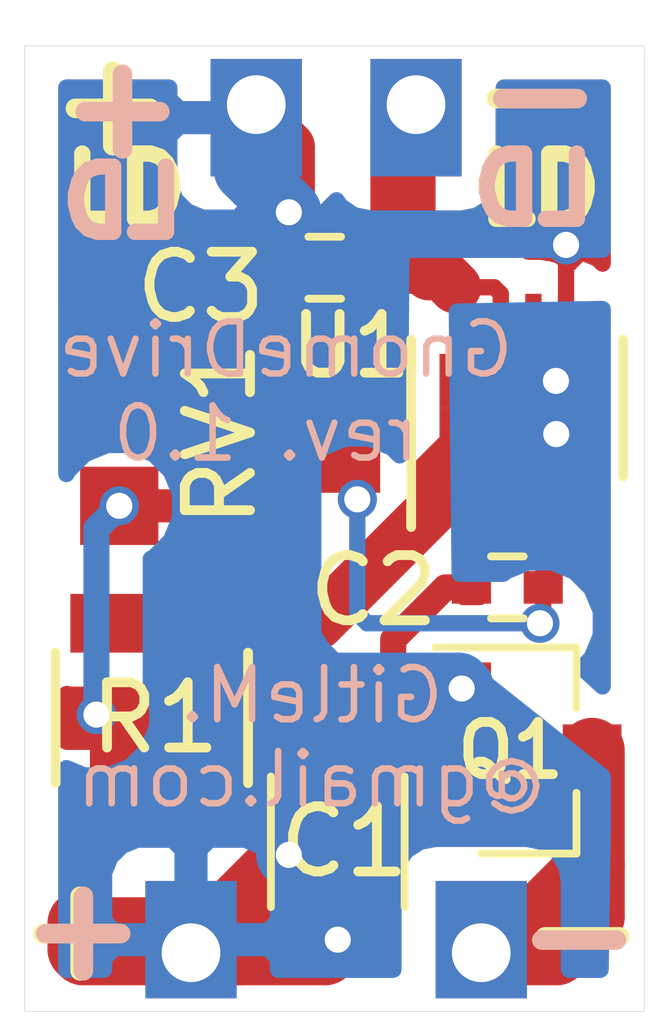
<source format=kicad_pcb>
(kicad_pcb (version 4) (host pcbnew 4.0.4-stable)

  (general
    (links 23)
    (no_connects 0)
    (area 99.994999 99.994999 109.505001 114.805001)
    (thickness 1.6)
    (drawings 18)
    (tracks 120)
    (zones 0)
    (modules 11)
    (nets 8)
  )

  (page A4)
  (layers
    (0 F.Cu mixed)
    (31 B.Cu mixed hide)
    (32 B.Adhes user)
    (33 F.Adhes user)
    (34 B.Paste user)
    (35 F.Paste user)
    (36 B.SilkS user)
    (37 F.SilkS user)
    (38 B.Mask user)
    (39 F.Mask user)
    (40 Dwgs.User user)
    (41 Cmts.User user)
    (42 Eco1.User user)
    (43 Eco2.User user)
    (44 Edge.Cuts user)
    (45 Margin user)
    (46 B.CrtYd user hide)
    (47 F.CrtYd user)
    (48 B.Fab user hide)
    (49 F.Fab user hide)
  )

  (setup
    (last_trace_width 0.25)
    (user_trace_width 0.4)
    (user_trace_width 0.6)
    (user_trace_width 0.8)
    (user_trace_width 1)
    (user_trace_width 1.2)
    (user_trace_width 1.4)
    (user_trace_width 1.6)
    (trace_clearance 0.2)
    (zone_clearance 0.508)
    (zone_45_only no)
    (trace_min 0.2)
    (segment_width 0.2)
    (edge_width 0.15)
    (via_size 0.6)
    (via_drill 0.4)
    (via_min_size 0.4)
    (via_min_drill 0.3)
    (uvia_size 0.3)
    (uvia_drill 0.1)
    (uvias_allowed no)
    (uvia_min_size 0.2)
    (uvia_min_drill 0.1)
    (pcb_text_width 0.3)
    (pcb_text_size 1.5 1.5)
    (mod_edge_width 0.15)
    (mod_text_size 1 1)
    (mod_text_width 0.15)
    (pad_size 1.524 1.524)
    (pad_drill 0.762)
    (pad_to_mask_clearance 0.03)
    (aux_axis_origin 0 0)
    (visible_elements 7FFEFFFF)
    (pcbplotparams
      (layerselection 0x00030_80000001)
      (usegerberextensions false)
      (excludeedgelayer true)
      (linewidth 0.100000)
      (plotframeref false)
      (viasonmask false)
      (mode 1)
      (useauxorigin false)
      (hpglpennumber 1)
      (hpglpenspeed 20)
      (hpglpendiameter 15)
      (hpglpenoverlay 2)
      (psnegative false)
      (psa4output false)
      (plotreference true)
      (plotvalue true)
      (plotinvisibletext false)
      (padsonsilk false)
      (subtractmaskfromsilk false)
      (outputformat 1)
      (mirror false)
      (drillshape 1)
      (scaleselection 1)
      (outputdirectory ""))
  )

  (net 0 "")
  (net 1 /Vin)
  (net 2 /GNDeff)
  (net 3 "Net-(C2-Pad2)")
  (net 4 "Net-(C3-Pad2)")
  (net 5 /GND)
  (net 6 "Net-(R1-Pad1)")
  (net 7 "Net-(U1-Pad5)")

  (net_class Default "This is the default net class."
    (clearance 0.2)
    (trace_width 0.25)
    (via_dia 0.6)
    (via_drill 0.4)
    (uvia_dia 0.3)
    (uvia_drill 0.1)
    (add_net /GND)
    (add_net /GNDeff)
    (add_net /Vin)
    (add_net "Net-(C2-Pad2)")
    (add_net "Net-(C3-Pad2)")
    (add_net "Net-(R1-Pad1)")
    (add_net "Net-(U1-Pad5)")
  )

  (module Resistors_SMD:R_1210 (layer F.Cu) (tedit 58A632CC) (tstamp 58A630AA)
    (at 101.95 110.3 270)
    (descr "Resistor SMD 1210, reflow soldering, Vishay (see dcrcw.pdf)")
    (tags "resistor 1210")
    (path /58A483D9)
    (attr smd)
    (fp_text reference R1 (at 0 -0.05 360) (layer F.SilkS)
      (effects (font (size 1 1) (thickness 0.15)))
    )
    (fp_text value 0.15 (at 0 2.7 270) (layer F.Fab)
      (effects (font (size 1 1) (thickness 0.15)))
    )
    (fp_line (start -1.6 1.25) (end -1.6 -1.25) (layer F.Fab) (width 0.1))
    (fp_line (start 1.6 1.25) (end -1.6 1.25) (layer F.Fab) (width 0.1))
    (fp_line (start 1.6 -1.25) (end 1.6 1.25) (layer F.Fab) (width 0.1))
    (fp_line (start -1.6 -1.25) (end 1.6 -1.25) (layer F.Fab) (width 0.1))
    (fp_line (start -2.2 -1.6) (end 2.2 -1.6) (layer F.CrtYd) (width 0.05))
    (fp_line (start -2.2 1.6) (end 2.2 1.6) (layer F.CrtYd) (width 0.05))
    (fp_line (start -2.2 -1.6) (end -2.2 1.6) (layer F.CrtYd) (width 0.05))
    (fp_line (start 2.2 -1.6) (end 2.2 1.6) (layer F.CrtYd) (width 0.05))
    (fp_line (start 1 1.475) (end -1 1.475) (layer F.SilkS) (width 0.15))
    (fp_line (start -1 -1.475) (end 1 -1.475) (layer F.SilkS) (width 0.15))
    (pad 1 smd rect (at -1.45 0 270) (size 0.9 2.5) (layers F.Cu F.Paste F.Mask)
      (net 6 "Net-(R1-Pad1)"))
    (pad 2 smd rect (at 1.45 0 270) (size 0.9 2.5) (layers F.Cu F.Paste F.Mask)
      (net 2 /GNDeff))
    (model Resistors_SMD.3dshapes/R_1210.wrl
      (at (xyz 0 0 0))
      (scale (xyz 1 1 1))
      (rotate (xyz 0 0 0))
    )
  )

  (module Capacitors_SMD:C_1206 (layer F.Cu) (tedit 58A63281) (tstamp 58A63052)
    (at 104.8 112.2 90)
    (descr "Capacitor SMD 1206, reflow soldering, AVX (see smccp.pdf)")
    (tags "capacitor 1206")
    (path /58A4862D)
    (attr smd)
    (fp_text reference C1 (at 0 0.1 180) (layer F.SilkS)
      (effects (font (size 1 1) (thickness 0.15)))
    )
    (fp_text value 10u (at 0 2.3 90) (layer F.Fab)
      (effects (font (size 1 1) (thickness 0.15)))
    )
    (fp_line (start -1.6 0.8) (end -1.6 -0.8) (layer F.Fab) (width 0.1))
    (fp_line (start 1.6 0.8) (end -1.6 0.8) (layer F.Fab) (width 0.1))
    (fp_line (start 1.6 -0.8) (end 1.6 0.8) (layer F.Fab) (width 0.1))
    (fp_line (start -1.6 -0.8) (end 1.6 -0.8) (layer F.Fab) (width 0.1))
    (fp_line (start -2.3 -1.15) (end 2.3 -1.15) (layer F.CrtYd) (width 0.05))
    (fp_line (start -2.3 1.15) (end 2.3 1.15) (layer F.CrtYd) (width 0.05))
    (fp_line (start -2.3 -1.15) (end -2.3 1.15) (layer F.CrtYd) (width 0.05))
    (fp_line (start 2.3 -1.15) (end 2.3 1.15) (layer F.CrtYd) (width 0.05))
    (fp_line (start 1 -1.025) (end -1 -1.025) (layer F.SilkS) (width 0.12))
    (fp_line (start -1 1.025) (end 1 1.025) (layer F.SilkS) (width 0.12))
    (pad 1 smd rect (at -1.5 0 90) (size 1 1.6) (layers F.Cu F.Paste F.Mask)
      (net 1 /Vin))
    (pad 2 smd rect (at 1.5 0 90) (size 1 1.6) (layers F.Cu F.Paste F.Mask)
      (net 2 /GNDeff))
    (model Capacitors_SMD.3dshapes/C_1206.wrl
      (at (xyz 0 0 0))
      (scale (xyz 1 1 1))
      (rotate (xyz 0 0 0))
    )
  )

  (module Capacitors_SMD:C_0402 (layer F.Cu) (tedit 58A6312A) (tstamp 58A63062)
    (at 107.4 108.3)
    (descr "Capacitor SMD 0402, reflow soldering, AVX (see smccp.pdf)")
    (tags "capacitor 0402")
    (path /58A48219)
    (attr smd)
    (fp_text reference C2 (at -2.05 0.05) (layer F.SilkS)
      (effects (font (size 1 1) (thickness 0.15)))
    )
    (fp_text value 0.1u (at 0 1.7) (layer F.Fab)
      (effects (font (size 1 1) (thickness 0.15)))
    )
    (fp_line (start -0.5 0.25) (end -0.5 -0.25) (layer F.Fab) (width 0.1))
    (fp_line (start 0.5 0.25) (end -0.5 0.25) (layer F.Fab) (width 0.1))
    (fp_line (start 0.5 -0.25) (end 0.5 0.25) (layer F.Fab) (width 0.1))
    (fp_line (start -0.5 -0.25) (end 0.5 -0.25) (layer F.Fab) (width 0.1))
    (fp_line (start -1.15 -0.6) (end 1.15 -0.6) (layer F.CrtYd) (width 0.05))
    (fp_line (start -1.15 0.6) (end 1.15 0.6) (layer F.CrtYd) (width 0.05))
    (fp_line (start -1.15 -0.6) (end -1.15 0.6) (layer F.CrtYd) (width 0.05))
    (fp_line (start 1.15 -0.6) (end 1.15 0.6) (layer F.CrtYd) (width 0.05))
    (fp_line (start 0.25 -0.475) (end -0.25 -0.475) (layer F.SilkS) (width 0.12))
    (fp_line (start -0.25 0.475) (end 0.25 0.475) (layer F.SilkS) (width 0.12))
    (pad 1 smd rect (at -0.55 0) (size 0.6 0.5) (layers F.Cu F.Paste F.Mask)
      (net 2 /GNDeff))
    (pad 2 smd rect (at 0.55 0) (size 0.6 0.5) (layers F.Cu F.Paste F.Mask)
      (net 3 "Net-(C2-Pad2)"))
    (model Capacitors_SMD.3dshapes/C_0402.wrl
      (at (xyz 0 0 0))
      (scale (xyz 1 1 1))
      (rotate (xyz 0 0 0))
    )
  )

  (module Capacitors_SMD:C_0402 (layer F.Cu) (tedit 58A757DC) (tstamp 58A63072)
    (at 104.6 103.4)
    (descr "Capacitor SMD 0402, reflow soldering, AVX (see smccp.pdf)")
    (tags "capacitor 0402")
    (path /58A481A2)
    (attr smd)
    (fp_text reference C3 (at -1.9 0.3) (layer F.SilkS)
      (effects (font (size 1 1) (thickness 0.15)))
    )
    (fp_text value 0.1u (at 0 1.7) (layer F.Fab)
      (effects (font (size 1 1) (thickness 0.15)))
    )
    (fp_line (start -0.5 0.25) (end -0.5 -0.25) (layer F.Fab) (width 0.1))
    (fp_line (start 0.5 0.25) (end -0.5 0.25) (layer F.Fab) (width 0.1))
    (fp_line (start 0.5 -0.25) (end 0.5 0.25) (layer F.Fab) (width 0.1))
    (fp_line (start -0.5 -0.25) (end 0.5 -0.25) (layer F.Fab) (width 0.1))
    (fp_line (start -1.15 -0.6) (end 1.15 -0.6) (layer F.CrtYd) (width 0.05))
    (fp_line (start -1.15 0.6) (end 1.15 0.6) (layer F.CrtYd) (width 0.05))
    (fp_line (start -1.15 -0.6) (end -1.15 0.6) (layer F.CrtYd) (width 0.05))
    (fp_line (start 1.15 -0.6) (end 1.15 0.6) (layer F.CrtYd) (width 0.05))
    (fp_line (start 0.25 -0.475) (end -0.25 -0.475) (layer F.SilkS) (width 0.12))
    (fp_line (start -0.25 0.475) (end 0.25 0.475) (layer F.SilkS) (width 0.12))
    (pad 1 smd rect (at -0.55 0) (size 0.6 0.5) (layers F.Cu F.Paste F.Mask)
      (net 1 /Vin))
    (pad 2 smd rect (at 0.55 0) (size 0.6 0.5) (layers F.Cu F.Paste F.Mask)
      (net 4 "Net-(C3-Pad2)"))
    (model Capacitors_SMD.3dshapes/C_0402.wrl
      (at (xyz 0 0 0))
      (scale (xyz 1 1 1))
      (rotate (xyz 0 0 0))
    )
  )

  (module linear_rect_driver:LDpad (layer F.Cu) (tedit 58A63080) (tstamp 58A63077)
    (at 103 113.85 270)
    (path /58A48B2F)
    (fp_text reference P1 (at 2.25 0.7 270) (layer F.SilkS) hide
      (effects (font (size 1 1) (thickness 0.15)))
    )
    (fp_text value V+ (at 0.15 -2.75 270) (layer F.Fab)
      (effects (font (size 1 1) (thickness 0.15)))
    )
    (pad 1 thru_hole rect (at 0.05 0.45 270) (size 1.8 1.4) (drill 0.9 (offset -0.2 0)) (layers *.Cu *.Mask)
      (net 1 /Vin))
  )

  (module linear_rect_driver:LDpad (layer F.Cu) (tedit 58A757C9) (tstamp 58A6307C)
    (at 107.45 113.85 270)
    (path /58A48B8B)
    (fp_text reference P2 (at 2.15 0.4 270) (layer F.SilkS) hide
      (effects (font (size 1 1) (thickness 0.15)))
    )
    (fp_text value V- (at 0.15 -2.75 270) (layer F.Fab)
      (effects (font (size 1 1) (thickness 0.15)))
    )
    (pad 1 thru_hole rect (at 0.05 0.45 270) (size 1.8 1.4) (drill 0.9 (offset -0.2 0)) (layers *.Cu *.Mask)
      (net 5 /GND))
  )

  (module linear_rect_driver:LDpad (layer F.Cu) (tedit 58A86702) (tstamp 58A63081)
    (at 103.1 100.95 90)
    (path /58A48A8F)
    (fp_text reference P3 (at 1.95 0.4 90) (layer F.SilkS) hide
      (effects (font (size 1 1) (thickness 0.15)))
    )
    (fp_text value LD+ (at 0.15 -2.75 90) (layer F.Fab)
      (effects (font (size 1 1) (thickness 0.15)))
    )
    (pad 1 thru_hole rect (at 0.05 0.45 90) (size 1.8 1.4) (drill 0.9 (offset -0.2 0)) (layers *.Cu *.Mask)
      (net 1 /Vin))
  )

  (module linear_rect_driver:LDpad (layer F.Cu) (tedit 58A62FA0) (tstamp 58A63086)
    (at 105.55 100.95 90)
    (path /58A48ADE)
    (fp_text reference P4 (at 1.9 0.6 90) (layer F.SilkS) hide
      (effects (font (size 1 1) (thickness 0.15)))
    )
    (fp_text value LD- (at 0.15 -2.75 90) (layer F.Fab)
      (effects (font (size 1 1) (thickness 0.15)))
    )
    (pad 1 thru_hole rect (at 0.05 0.45 90) (size 1.8 1.4) (drill 0.9 (offset -0.2 0)) (layers *.Cu *.Mask)
      (net 4 "Net-(C3-Pad2)"))
  )

  (module TO_SOT_Packages_SMD:SOT-23 (layer F.Cu) (tedit 58A6329A) (tstamp 58A6309A)
    (at 107.7 110.8)
    (descr "SOT-23, Standard")
    (tags SOT-23)
    (path /58A4844D)
    (attr smd)
    (fp_text reference Q1 (at -0.25 0) (layer F.SilkS)
      (effects (font (size 0.8 0.8) (thickness 0.15)))
    )
    (fp_text value Q_NMOS_GSD (at 0 2.5) (layer F.Fab)
      (effects (font (size 1 1) (thickness 0.15)))
    )
    (fp_line (start -0.7 -0.95) (end -0.7 1.5) (layer F.Fab) (width 0.1))
    (fp_line (start -0.15 -1.52) (end 0.7 -1.52) (layer F.Fab) (width 0.1))
    (fp_line (start -0.7 -0.95) (end -0.15 -1.52) (layer F.Fab) (width 0.1))
    (fp_line (start 0.7 -1.52) (end 0.7 1.52) (layer F.Fab) (width 0.1))
    (fp_line (start -0.7 1.52) (end 0.7 1.52) (layer F.Fab) (width 0.1))
    (fp_line (start 0.76 1.58) (end 0.76 0.65) (layer F.SilkS) (width 0.12))
    (fp_line (start 0.76 -1.58) (end 0.76 -0.65) (layer F.SilkS) (width 0.12))
    (fp_line (start -1.7 -1.75) (end 1.7 -1.75) (layer F.CrtYd) (width 0.05))
    (fp_line (start 1.7 -1.75) (end 1.7 1.75) (layer F.CrtYd) (width 0.05))
    (fp_line (start 1.7 1.75) (end -1.7 1.75) (layer F.CrtYd) (width 0.05))
    (fp_line (start -1.7 1.75) (end -1.7 -1.75) (layer F.CrtYd) (width 0.05))
    (fp_line (start 0.76 -1.58) (end -1.4 -1.58) (layer F.SilkS) (width 0.12))
    (fp_line (start 0.76 1.58) (end -0.7 1.58) (layer F.SilkS) (width 0.12))
    (pad 1 smd rect (at -1 -0.95) (size 0.9 0.8) (layers F.Cu F.Paste F.Mask)
      (net 1 /Vin))
    (pad 2 smd rect (at -1 0.95) (size 0.9 0.8) (layers F.Cu F.Paste F.Mask)
      (net 2 /GNDeff))
    (pad 3 smd rect (at 1 0) (size 0.9 0.8) (layers F.Cu F.Paste F.Mask)
      (net 5 /GND))
    (model TO_SOT_Packages_SMD.3dshapes/SOT-23.wrl
      (at (xyz 0 0 0))
      (scale (xyz 1 1 1))
      (rotate (xyz 0 0 90))
    )
  )

  (module linear_rect_driver:POT-TC33 (layer F.Cu) (tedit 58A63279) (tstamp 58A630B1)
    (at 103.95 106.05 270)
    (path /58A488A0)
    (fp_text reference RV1 (at -0.1 0.95 270) (layer F.SilkS)
      (effects (font (size 1 1) (thickness 0.15)))
    )
    (fp_text value 20k (at 0.05 -5.5 270) (layer F.Fab)
      (effects (font (size 1 1) (thickness 0.15)))
    )
    (pad 3 smd rect (at 1 2.5 270) (size 1.2 1.2) (layers F.Cu F.Paste F.Mask)
      (net 2 /GNDeff))
    (pad 2 smd rect (at 0 -0.75 270) (size 1.6 1.5) (layers F.Cu F.Paste F.Mask)
      (net 3 "Net-(C2-Pad2)"))
    (pad 1 smd rect (at -1 2.5 270) (size 1.2 1.2) (layers F.Cu F.Paste F.Mask)
      (net 3 "Net-(C2-Pad2)"))
  )

  (module linear_rect_driver:DFN8-LT3080 (layer F.Cu) (tedit 58A632FB) (tstamp 58A630CC)
    (at 107.55 105.55 90)
    (descr "DD Package; 8-Lead Plastic DFN (3mm x 3mm) (see Linear Technology DFN_8_05-08-1698.pdf)")
    (tags "DFN 0.5")
    (path /58A39D4C)
    (attr smd)
    (fp_text reference U1 (at 0.95 -2.55 180) (layer F.SilkS)
      (effects (font (size 0.9 0.9) (thickness 0.15)))
    )
    (fp_text value LT3080 (at 0 2.55 90) (layer F.Fab)
      (effects (font (size 1 1) (thickness 0.15)))
    )
    (fp_line (start -0.5 -1.5) (end 1.5 -1.5) (layer F.Fab) (width 0.15))
    (fp_line (start 1.5 -1.5) (end 1.5 1.5) (layer F.Fab) (width 0.15))
    (fp_line (start 1.5 1.5) (end -1.5 1.5) (layer F.Fab) (width 0.15))
    (fp_line (start -1.5 1.5) (end -1.5 -0.5) (layer F.Fab) (width 0.15))
    (fp_line (start -1.5 -0.5) (end -0.5 -1.5) (layer F.Fab) (width 0.15))
    (fp_line (start -2 -1.8) (end -2 1.8) (layer F.CrtYd) (width 0.05))
    (fp_line (start 2 -1.8) (end 2 1.8) (layer F.CrtYd) (width 0.05))
    (fp_line (start -2 -1.8) (end 2 -1.8) (layer F.CrtYd) (width 0.05))
    (fp_line (start -2 1.8) (end 2 1.8) (layer F.CrtYd) (width 0.05))
    (fp_line (start -1.05 1.625) (end 1.05 1.625) (layer F.SilkS) (width 0.15))
    (fp_line (start -1.825 -1.625) (end 1.05 -1.625) (layer F.SilkS) (width 0.15))
    (pad 1 smd rect (at -1.4 -0.75 90) (size 0.7 0.25) (layers F.Cu F.Paste F.Mask)
      (net 6 "Net-(R1-Pad1)"))
    (pad 1 smd rect (at -1.4 -0.25 90) (size 0.7 0.25) (layers F.Cu F.Paste F.Mask)
      (net 6 "Net-(R1-Pad1)"))
    (pad 1 smd rect (at -1.4 0.25 90) (size 0.7 0.25) (layers F.Cu F.Paste F.Mask)
      (net 6 "Net-(R1-Pad1)"))
    (pad 2 smd rect (at -1.4 0.75 90) (size 0.7 0.25) (layers F.Cu F.Paste F.Mask)
      (net 3 "Net-(C2-Pad2)"))
    (pad 3 smd rect (at 1.4 0.75 90) (size 0.7 0.25) (layers F.Cu F.Paste F.Mask)
      (net 1 /Vin))
    (pad 5 smd rect (at 1.4 0.25 90) (size 0.7 0.25) (layers F.Cu F.Paste F.Mask)
      (net 7 "Net-(U1-Pad5)"))
    (pad 4 smd rect (at 1.4 -0.25 90) (size 0.7 0.25) (layers F.Cu F.Paste F.Mask)
      (net 4 "Net-(C3-Pad2)"))
    (pad 4 smd rect (at 1.4 -0.75 90) (size 0.7 0.25) (layers F.Cu F.Paste F.Mask)
      (net 4 "Net-(C3-Pad2)"))
    (pad 1 smd rect (at 0.415 0.595 90) (size 0.83 1.19) (layers F.Cu F.Paste F.Mask)
      (net 6 "Net-(R1-Pad1)") (solder_paste_margin_ratio -0.2))
    (pad 1 smd rect (at 0.415 -0.595 90) (size 0.83 1.19) (layers F.Cu F.Paste F.Mask)
      (net 6 "Net-(R1-Pad1)") (solder_paste_margin_ratio -0.2))
    (pad 1 smd rect (at -0.415 0.595 90) (size 0.83 1.19) (layers F.Cu F.Paste F.Mask)
      (net 6 "Net-(R1-Pad1)") (solder_paste_margin_ratio -0.2))
    (pad 1 smd rect (at -0.415 -0.595 90) (size 0.83 1.19) (layers F.Cu F.Paste F.Mask)
      (net 6 "Net-(R1-Pad1)") (solder_paste_margin_ratio -0.2))
    (model Housings_DFN_QFN.3dshapes/DFN-8-1EP_3x3mm_Pitch0.5mm.wrl
      (at (xyz 0 0 0))
      (scale (xyz 1 1 1))
      (rotate (xyz 0 0 0))
    )
  )

  (gr_text "GnomeDrive \nrev. 1.0" (at 103.7 105.3) (layer B.SilkS)
    (effects (font (size 0.8 0.8) (thickness 0.1)) (justify mirror))
  )
  (gr_text "GitleM.\n@gmail.com" (at 104.4 110.6) (layer B.SilkS)
    (effects (font (size 0.8 0.8) (thickness 0.1)) (justify mirror))
  )
  (gr_text - (at 108.5 113.6) (layer B.SilkS)
    (effects (font (size 1.5 1.5) (thickness 0.3)) (justify mirror))
  )
  (gr_text + (at 100.9 113.5) (layer B.SilkS)
    (effects (font (size 1.5 1.5) (thickness 0.3)) (justify mirror))
  )
  (gr_text - (at 107.9 100.7) (layer B.SilkS)
    (effects (font (size 1.5 1.5) (thickness 0.3)) (justify mirror))
  )
  (gr_text LD (at 107.8 102.2) (layer B.SilkS)
    (effects (font (size 1 1) (thickness 0.25)) (justify mirror))
  )
  (gr_text LD (at 101.5 102.4) (layer B.SilkS)
    (effects (font (size 1 1) (thickness 0.25)) (justify mirror))
  )
  (gr_text + (at 101.5 100.9) (layer B.SilkS)
    (effects (font (size 1.5 1.5) (thickness 0.3)) (justify mirror))
  )
  (gr_text - (at 108.55 113.55) (layer F.SilkS)
    (effects (font (size 1.5 1.5) (thickness 0.3)))
  )
  (gr_text + (at 100.85 113.5) (layer F.SilkS)
    (effects (font (size 1.5 1.5) (thickness 0.3)))
  )
  (gr_text - (at 107.8 100.7) (layer F.SilkS)
    (effects (font (size 1.5 1.5) (thickness 0.3)))
  )
  (gr_text + (at 101.35 100.85) (layer F.SilkS)
    (effects (font (size 1.5 1.5) (thickness 0.3)))
  )
  (gr_text LD (at 107.9 102.2) (layer F.SilkS)
    (effects (font (size 1 1) (thickness 0.25)))
  )
  (gr_text LD (at 101.55 102.2) (layer F.SilkS)
    (effects (font (size 1 1) (thickness 0.25)))
  )
  (gr_line (start 100 114.8) (end 100 100) (angle 90) (layer Edge.Cuts) (width 0.01))
  (gr_line (start 109.5 114.8) (end 100 114.8) (angle 90) (layer Edge.Cuts) (width 0.01))
  (gr_line (start 109.5 100) (end 109.5 114.8) (angle 90) (layer Edge.Cuts) (width 0.01))
  (gr_line (start 100 100) (end 109.5 100) (angle 90) (layer Edge.Cuts) (width 0.01))

  (segment (start 104.05 102.25) (end 103.85 102.25) (width 0.4) (layer F.Cu) (net 1))
  (segment (start 103.85 102.25) (end 103.45 102.65) (width 0.4) (layer F.Cu) (net 1) (tstamp 58A74502))
  (segment (start 103.2 103.2) (end 103.4 103.2) (width 0.4) (layer B.Cu) (net 1))
  (segment (start 103.4 103.2) (end 104.05 102.55) (width 0.4) (layer B.Cu) (net 1) (tstamp 58A744F0))
  (segment (start 102.55 113.9) (end 100.9 113.9) (width 1) (layer F.Cu) (net 1))
  (segment (start 100.95 113.55) (end 102.2 113.55) (width 1) (layer F.Cu) (net 1) (tstamp 58A6E4DC))
  (segment (start 100.85 113.45) (end 100.95 113.55) (width 1) (layer F.Cu) (net 1) (tstamp 58A6E4DB))
  (segment (start 100.85 113.85) (end 100.85 113.45) (width 1) (layer F.Cu) (net 1) (tstamp 58A6E4DA))
  (segment (start 100.9 113.9) (end 100.85 113.85) (width 1) (layer F.Cu) (net 1) (tstamp 58A6E4D8))
  (segment (start 108.3 104.15) (end 108.3 103.05) (width 0.25) (layer F.Cu) (net 1))
  (via (at 108.3 103.05) (size 0.6) (drill 0.4) (layers F.Cu B.Cu) (net 1))
  (segment (start 104.05 103.4) (end 104.05 102.25) (width 0.8) (layer F.Cu) (net 1))
  (segment (start 104.05 102.25) (end 104.05 101.55) (width 0.8) (layer F.Cu) (net 1) (tstamp 58A74500))
  (segment (start 104.05 101.55) (end 103.4 100.9) (width 0.8) (layer F.Cu) (net 1) (tstamp 58A6383E))
  (via (at 106.7 109.85) (size 0.6) (drill 0.4) (layers F.Cu B.Cu) (net 1))
  (segment (start 104.05 109.8) (end 106.65 109.8) (width 1) (layer B.Cu) (net 1) (tstamp 58A63806))
  (segment (start 106.65 109.8) (end 106.7 109.85) (width 1) (layer B.Cu) (net 1) (tstamp 58A63805))
  (segment (start 104.45 113.6) (end 104.45 112.8) (width 1) (layer B.Cu) (net 1))
  (segment (start 104.8 113.7) (end 104.7 113.6) (width 1) (layer B.Cu) (net 1) (tstamp 58A6371B))
  (segment (start 104.45 113.6) (end 104.7 113.6) (width 1) (layer B.Cu) (net 1) (tstamp 58A6371C))
  (via (at 104.8 113.7) (size 0.6) (drill 0.4) (layers F.Cu B.Cu) (net 1))
  (segment (start 104.45 112.8) (end 104.05 112.4) (width 1) (layer B.Cu) (net 1) (tstamp 58A6371F))
  (segment (start 104.05 112.4) (end 102.55 113.9) (width 1) (layer F.Cu) (net 1))
  (segment (start 102.55 113.9) (end 103.35 113.9) (width 1) (layer F.Cu) (net 1) (tstamp 58A63705))
  (segment (start 103.35 113.9) (end 103.95 113.3) (width 1) (layer F.Cu) (net 1) (tstamp 58A63706))
  (via (at 104.05 112.4) (size 0.6) (drill 0.4) (layers F.Cu B.Cu) (net 1))
  (segment (start 104.05 112.4) (end 104.25 112.4) (width 1) (layer F.Cu) (net 1) (tstamp 58A636CE))
  (segment (start 103.4 100.9) (end 103.4 101.9) (width 1) (layer B.Cu) (net 1))
  (segment (start 103.4 101.9) (end 104.05 102.55) (width 1) (layer B.Cu) (net 1) (tstamp 58A636A6))
  (segment (start 104.05 102.55) (end 104.05 109.8) (width 1) (layer B.Cu) (net 1) (tstamp 58A636AC))
  (segment (start 104.05 109.8) (end 104.05 112.4) (width 1) (layer B.Cu) (net 1) (tstamp 58A63817))
  (via (at 104.05 102.55) (size 0.6) (drill 0.4) (layers F.Cu B.Cu) (net 1))
  (segment (start 104.05 103.4) (end 104.05 102.55) (width 0.25) (layer F.Cu) (net 1))
  (segment (start 102.55 113.9) (end 104.6 113.9) (width 1) (layer F.Cu) (net 1))
  (segment (start 104.6 113.9) (end 104.8 113.7) (width 1) (layer F.Cu) (net 1) (tstamp 58A634BE))
  (segment (start 101.2 110.75) (end 101.3 110.75) (width 0.4) (layer F.Cu) (net 2))
  (segment (start 101.85 111.75) (end 101.2 111.1) (width 0.4) (layer F.Cu) (net 2) (tstamp 58A63911))
  (segment (start 101.2 110.75) (end 101.2 111.1) (width 0.4) (layer F.Cu) (net 2))
  (segment (start 101.3 110.75) (end 101.75 111.2) (width 0.4) (layer F.Cu) (net 2) (tstamp 58A744DA))
  (via (at 101.45 107.05) (size 0.6) (drill 0.4) (layers F.Cu B.Cu) (net 2))
  (segment (start 101.35 107.05) (end 101.45 107.05) (width 0.4) (layer F.Cu) (net 2) (tstamp 58A63919))
  (segment (start 101.1 110.25) (end 101.15 110.3) (width 0.4) (layer F.Cu) (net 2) (tstamp 58A744C4))
  (via (at 101.1 110.25) (size 0.6) (drill 0.4) (layers F.Cu B.Cu) (net 2))
  (segment (start 101.1 107.4) (end 101.1 110.25) (width 0.4) (layer B.Cu) (net 2) (tstamp 58A744BF))
  (segment (start 101.45 107.05) (end 101.1 107.4) (width 0.4) (layer B.Cu) (net 2) (tstamp 58A744BE))
  (segment (start 101.95 111.75) (end 101.85 111.75) (width 0.4) (layer F.Cu) (net 2))
  (segment (start 104.8 110.7) (end 104.85 110.7) (width 0.4) (layer F.Cu) (net 2))
  (segment (start 104.85 110.7) (end 105.65 109.9) (width 0.4) (layer F.Cu) (net 2) (tstamp 58A634D6))
  (segment (start 106.45 108.3) (end 106.85 108.3) (width 0.4) (layer F.Cu) (net 2) (tstamp 58A634D9))
  (segment (start 105.65 109.1) (end 106.45 108.3) (width 0.4) (layer F.Cu) (net 2) (tstamp 58A634D8))
  (segment (start 105.65 109.9) (end 105.65 109.1) (width 0.4) (layer F.Cu) (net 2) (tstamp 58A634D7))
  (segment (start 104.8 110.7) (end 104.9 110.7) (width 1) (layer F.Cu) (net 2))
  (segment (start 104.9 110.7) (end 105.95 111.75) (width 1) (layer F.Cu) (net 2) (tstamp 58A634C3))
  (segment (start 105.95 111.75) (end 106.7 111.75) (width 1) (layer F.Cu) (net 2) (tstamp 58A634C4))
  (segment (start 101.95 111.75) (end 102.65 111.75) (width 1) (layer F.Cu) (net 2))
  (segment (start 102.65 111.75) (end 103.7 110.7) (width 1) (layer F.Cu) (net 2) (tstamp 58A634C0))
  (segment (start 103.7 110.7) (end 104.8 110.7) (width 1) (layer F.Cu) (net 2) (tstamp 58A634C1))
  (segment (start 101.45 105.05) (end 103.7 105.05) (width 0.4) (layer F.Cu) (net 3))
  (segment (start 104.7 106.05) (end 104.7 106.55) (width 0.25) (layer F.Cu) (net 3))
  (segment (start 104.7 106.55) (end 105.1 106.95) (width 0.25) (layer F.Cu) (net 3) (tstamp 58A63A80))
  (segment (start 107.95 108.8) (end 107.95 108.3) (width 0.25) (layer F.Cu) (net 3) (tstamp 58A63A92))
  (segment (start 107.9 108.85) (end 107.95 108.8) (width 0.25) (layer F.Cu) (net 3) (tstamp 58A63A91))
  (via (at 107.9 108.85) (size 0.6) (drill 0.4) (layers F.Cu B.Cu) (net 3))
  (segment (start 105.25 108.85) (end 107.9 108.85) (width 0.25) (layer B.Cu) (net 3) (tstamp 58A63A89))
  (segment (start 105.1 108.7) (end 105.25 108.85) (width 0.25) (layer B.Cu) (net 3) (tstamp 58A63A88))
  (segment (start 105.1 106.95) (end 105.1 108.7) (width 0.25) (layer B.Cu) (net 3) (tstamp 58A63A87))
  (via (at 105.1 106.95) (size 0.6) (drill 0.4) (layers F.Cu B.Cu) (net 3))
  (segment (start 108.300002 107) (end 108.250002 106.95) (width 0.25) (layer F.Cu) (net 3) (tstamp 58A637B8))
  (segment (start 108.250002 106.95) (end 108.3 106.95) (width 0.25) (layer F.Cu) (net 3) (tstamp 58A637B9))
  (segment (start 103.7 105.05) (end 104.7 106.05) (width 0.4) (layer F.Cu) (net 3) (tstamp 58A6379D))
  (segment (start 107.95 108.3) (end 107.95 107.95) (width 0.25) (layer F.Cu) (net 3))
  (segment (start 108.3 107.6) (end 108.3 106.95) (width 0.25) (layer F.Cu) (net 3) (tstamp 58A634D3))
  (segment (start 107.95 107.95) (end 108.3 107.6) (width 0.25) (layer F.Cu) (net 3) (tstamp 58A634D2))
  (segment (start 105.15 103.4) (end 106.1 103.4) (width 0.8) (layer F.Cu) (net 4))
  (segment (start 106.2 103.5) (end 106.2 103.3) (width 0.8) (layer F.Cu) (net 4) (tstamp 58A9D168))
  (segment (start 106.1 103.4) (end 106.2 103.5) (width 0.8) (layer F.Cu) (net 4) (tstamp 58A9D166))
  (segment (start 105.95 103.05) (end 106.2 103.3) (width 0.8) (layer F.Cu) (net 4))
  (segment (start 105.95 103.05) (end 105.8 102.9) (width 0.25) (layer F.Cu) (net 4) (tstamp 58A9D162))
  (segment (start 106.2 103.3) (end 106.6 103.7) (width 0.8) (layer F.Cu) (net 4) (tstamp 58A9D169))
  (segment (start 107.2 103.7) (end 106.6 103.7) (width 0.25) (layer F.Cu) (net 4) (tstamp 58A9D15B))
  (segment (start 107.3 103.8) (end 107.2 103.7) (width 0.25) (layer F.Cu) (net 4) (tstamp 58A9D159))
  (segment (start 107.3 104.15) (end 107.3 103.8) (width 0.25) (layer F.Cu) (net 4))
  (segment (start 106.8 104.15) (end 106.8 103.8) (width 0.25) (layer F.Cu) (net 4))
  (segment (start 107.3 103.8) (end 107.3 104.15) (width 0.25) (layer F.Cu) (net 4) (tstamp 58A6353C))
  (segment (start 105.15 103.4) (end 105.3 103.4) (width 0.6) (layer F.Cu) (net 4))
  (segment (start 105.3 103.4) (end 105.8 102.9) (width 0.6) (layer F.Cu) (net 4) (tstamp 58A63523))
  (segment (start 105.8 102.9) (end 105.8 100.9) (width 1) (layer F.Cu) (net 4) (tstamp 58A63524))
  (segment (start 107 113.9) (end 107.35 113.9) (width 1) (layer F.Cu) (net 5))
  (segment (start 107.35 113.9) (end 108.7 112.55) (width 1) (layer F.Cu) (net 5) (tstamp 58A6E4F4))
  (segment (start 107 113.9) (end 108.15 113.9) (width 1) (layer F.Cu) (net 5))
  (segment (start 108.7 113.35) (end 108.7 112.55) (width 1) (layer F.Cu) (net 5) (tstamp 58A634C7))
  (segment (start 108.7 112.55) (end 108.7 110.8) (width 1) (layer F.Cu) (net 5) (tstamp 58A6E4F8))
  (segment (start 108.15 113.9) (end 108.7 113.35) (width 1) (layer F.Cu) (net 5) (tstamp 58A634C6))
  (segment (start 108.145 105.965) (end 108.365 105.965) (width 0.25) (layer F.Cu) (net 6))
  (via (at 108.145 105.135) (size 0.6) (drill 0.4) (layers F.Cu B.Cu) (net 6))
  (segment (start 108.145 105.955) (end 108.15 105.95) (width 0.4) (layer F.Cu) (net 6) (tstamp 58A63A36))
  (via (at 108.15 105.95) (size 0.6) (drill 0.4) (layers F.Cu B.Cu) (net 6))
  (segment (start 108.15 105.14) (end 108.15 105.95) (width 0.4) (layer B.Cu) (net 6) (tstamp 58A63A33))
  (segment (start 108.15 105.14) (end 108.145 105.135) (width 0.4) (layer B.Cu) (net 6) (tstamp 58A63A32))
  (segment (start 108.145 105.955) (end 108.145 105.965) (width 0.4) (layer F.Cu) (net 6) (tstamp 58A63A37))
  (segment (start 101.95 108.85) (end 104.5 108.85) (width 0.8) (layer F.Cu) (net 6))
  (segment (start 106.3 106.62) (end 106.955 105.965) (width 0.8) (layer F.Cu) (net 6) (tstamp 58A638B6))
  (segment (start 106.3 107.05) (end 106.3 106.62) (width 0.8) (layer F.Cu) (net 6) (tstamp 58A638AF))
  (segment (start 104.5 108.85) (end 106.3 107.05) (width 0.8) (layer F.Cu) (net 6) (tstamp 58A638AB))
  (segment (start 106.685 105.965) (end 106.955 105.965) (width 0.6) (layer F.Cu) (net 6) (tstamp 58A6360B))
  (segment (start 106.8 106.4) (end 106.8 106.12) (width 0.4) (layer F.Cu) (net 6))
  (segment (start 106.8 106.12) (end 106.955 105.965) (width 0.4) (layer F.Cu) (net 6) (tstamp 58A63512))
  (segment (start 106.8 106.4) (end 107.65 106.4) (width 0.4) (layer F.Cu) (net 6))
  (segment (start 106.955 105.135) (end 107.315 105.135) (width 0.8) (layer F.Cu) (net 6))
  (segment (start 107.315 105.135) (end 108.145 105.965) (width 0.8) (layer F.Cu) (net 6) (tstamp 58A63508))
  (segment (start 106.955 105.135) (end 106.955 105.965) (width 0.8) (layer F.Cu) (net 6))
  (segment (start 108.145 105.965) (end 108.145 105.135) (width 0.8) (layer F.Cu) (net 6))
  (segment (start 108.145 105.135) (end 106.955 105.135) (width 0.8) (layer F.Cu) (net 6) (tstamp 58A63503))
  (segment (start 106.955 105.965) (end 108.145 105.965) (width 0.8) (layer F.Cu) (net 6))
  (segment (start 107.8 106.95) (end 107.8 106.31) (width 0.25) (layer F.Cu) (net 6))
  (segment (start 107.8 106.31) (end 108.145 105.965) (width 0.25) (layer F.Cu) (net 6) (tstamp 58A634FF))
  (segment (start 107.3 106.95) (end 107.3 106.31) (width 0.25) (layer F.Cu) (net 6))
  (segment (start 107.3 106.31) (end 106.955 105.965) (width 0.25) (layer F.Cu) (net 6) (tstamp 58A634FD))
  (segment (start 106.8 106.95) (end 106.8 106.4) (width 0.25) (layer F.Cu) (net 6))
  (segment (start 106.8 106.12) (end 106.955 105.965) (width 0.25) (layer F.Cu) (net 6) (tstamp 58A634FB))

  (zone (net 1) (net_name /Vin) (layer B.Cu) (tstamp 58A639A2) (hatch edge 0.508)
    (connect_pads (clearance 0.508))
    (min_thickness 0.254)
    (fill yes (arc_segments 16) (thermal_gap 0.508) (thermal_bridge_width 0.508))
    (polygon
      (pts
        (xy 109.2 100.2) (xy 100.35 100.25) (xy 100.4 114.5) (xy 108.95 114.5) (xy 109 111.15)
        (xy 106.8 109.4) (xy 105.85 109.4) (xy 105.9 103.25) (xy 109.25 103.25)
      )
    )
    (filled_polygon
      (pts
        (xy 102.215 100.81425) (xy 102.37375 100.973) (xy 103.423 100.973) (xy 103.423 100.953) (xy 103.677 100.953)
        (xy 103.677 100.973) (xy 103.697 100.973) (xy 103.697 101.227) (xy 103.677 101.227) (xy 103.677 102.47625)
        (xy 103.83575 102.635) (xy 104.37631 102.635) (xy 104.609699 102.538327) (xy 104.781359 102.366666) (xy 104.83591 102.451441)
        (xy 105.04811 102.596431) (xy 105.3 102.64744) (xy 106.7 102.64744) (xy 106.935317 102.603162) (xy 107.151441 102.46409)
        (xy 107.296431 102.25189) (xy 107.34744 102) (xy 107.34744 100.64) (xy 108.86 100.64) (xy 108.86 103.123)
        (xy 105.9 103.123) (xy 105.85059 103.133006) (xy 105.808965 103.161447) (xy 105.781685 103.203841) (xy 105.773004 103.248968)
        (xy 105.748393 106.276081) (xy 105.630327 106.157808) (xy 105.286799 106.015162) (xy 104.914833 106.014838) (xy 104.571057 106.156883)
        (xy 104.307808 106.419673) (xy 104.165162 106.763201) (xy 104.164838 107.135167) (xy 104.306883 107.478943) (xy 104.34 107.512118)
        (xy 104.34 108.7) (xy 104.397852 108.990839) (xy 104.562599 109.237401) (xy 104.712599 109.387401) (xy 104.959161 109.552148)
        (xy 105.25 109.61) (xy 106.859993 109.61) (xy 108.86 111.200915) (xy 108.86 112.020022) (xy 108.82806 114.16)
        (xy 108.34744 114.16) (xy 108.34744 112.8) (xy 108.303162 112.564683) (xy 108.16409 112.348559) (xy 107.95189 112.203569)
        (xy 107.7 112.15256) (xy 106.3 112.15256) (xy 106.064683 112.196838) (xy 105.848559 112.33591) (xy 105.703569 112.54811)
        (xy 105.65256 112.8) (xy 105.65256 114.16) (xy 103.885 114.16) (xy 103.885 113.98575) (xy 103.72625 113.827)
        (xy 102.677 113.827) (xy 102.677 113.847) (xy 102.423 113.847) (xy 102.423 113.827) (xy 101.37375 113.827)
        (xy 101.215 113.98575) (xy 101.215 114.16) (xy 100.64 114.16) (xy 100.64 112.673691) (xy 101.215 112.673691)
        (xy 101.215 113.41425) (xy 101.37375 113.573) (xy 102.423 113.573) (xy 102.423 112.32375) (xy 102.677 112.32375)
        (xy 102.677 113.573) (xy 103.72625 113.573) (xy 103.885 113.41425) (xy 103.885 112.673691) (xy 103.788327 112.440302)
        (xy 103.609699 112.261673) (xy 103.37631 112.165) (xy 102.83575 112.165) (xy 102.677 112.32375) (xy 102.423 112.32375)
        (xy 102.26425 112.165) (xy 101.72369 112.165) (xy 101.490301 112.261673) (xy 101.311673 112.440302) (xy 101.215 112.673691)
        (xy 100.64 112.673691) (xy 100.64 111.071394) (xy 100.913201 111.184838) (xy 101.285167 111.185162) (xy 101.628943 111.043117)
        (xy 101.892192 110.780327) (xy 102.034838 110.436799) (xy 102.035162 110.064833) (xy 101.935 109.822422) (xy 101.935 107.861274)
        (xy 101.978943 107.843117) (xy 102.242192 107.580327) (xy 102.384838 107.236799) (xy 102.385162 106.864833) (xy 102.243117 106.521057)
        (xy 101.980327 106.257808) (xy 101.636799 106.115162) (xy 101.264833 106.114838) (xy 100.921057 106.256883) (xy 100.657808 106.519673)
        (xy 100.64 106.562559) (xy 100.64 101.38575) (xy 102.215 101.38575) (xy 102.215 102.126309) (xy 102.311673 102.359698)
        (xy 102.490301 102.538327) (xy 102.72369 102.635) (xy 103.26425 102.635) (xy 103.423 102.47625) (xy 103.423 101.227)
        (xy 102.37375 101.227) (xy 102.215 101.38575) (xy 100.64 101.38575) (xy 100.64 100.64) (xy 102.215 100.64)
      )
    )
  )
  (zone (net 6) (net_name "Net-(R1-Pad1)") (layer B.Cu) (tstamp 58A639E9) (hatch edge 0.508)
    (connect_pads (clearance 0.508))
    (min_thickness 0.254)
    (fill yes (arc_segments 16) (thermal_gap 0.508) (thermal_bridge_width 0.508))
    (polygon
      (pts
        (xy 109.25 104.35) (xy 109.25 103.9) (xy 106.5 103.95) (xy 106.55 108.7) (xy 107.5 108.75)
        (xy 109.2 110.3)
      )
    )
    (filled_polygon
      (pts
        (xy 108.86 109.818136) (xy 108.54308 109.529179) (xy 108.692192 109.380327) (xy 108.834838 109.036799) (xy 108.835162 108.664833)
        (xy 108.693117 108.321057) (xy 108.430327 108.057808) (xy 108.086799 107.915162) (xy 107.714833 107.914838) (xy 107.371057 108.056883)
        (xy 107.337882 108.09) (xy 106.670586 108.09) (xy 106.62832 104.074688) (xy 108.86 104.034112)
      )
    )
  )
  (zone (net 2) (net_name /GNDeff) (layer F.Cu) (tstamp 58A63D80) (hatch edge 0.508)
    (connect_pads (clearance 0.508))
    (min_thickness 0.254)
    (fill yes (arc_segments 16) (thermal_gap 0.508) (thermal_bridge_width 0.508))
    (polygon
      (pts
        (xy 109.15 114.5) (xy 109.1 109.4) (xy 104.65 105.05) (xy 100.5 105) (xy 100.3 114.55)
      )
    )
    (filled_polygon
      (pts
        (xy 106.827 111.623) (xy 106.847 111.623) (xy 106.847 111.877) (xy 106.827 111.877) (xy 106.827 111.897)
        (xy 106.573 111.897) (xy 106.573 111.877) (xy 106.553 111.877) (xy 106.553 111.623) (xy 106.573 111.623)
        (xy 106.573 111.603) (xy 106.827 111.603)
      )
    )
    (filled_polygon
      (pts
        (xy 103.365 110.073691) (xy 103.365 110.41425) (xy 103.523748 110.572998) (xy 103.365 110.572998) (xy 103.365 110.681026)
        (xy 103.32631 110.665) (xy 102.23575 110.665) (xy 102.077 110.82375) (xy 102.077 111.623) (xy 102.097 111.623)
        (xy 102.097 111.877) (xy 102.077 111.877) (xy 102.077 111.897) (xy 101.823 111.897) (xy 101.823 111.877)
        (xy 101.803 111.877) (xy 101.803 111.623) (xy 101.823 111.623) (xy 101.823 110.82375) (xy 101.66425 110.665)
        (xy 100.64 110.665) (xy 100.64 109.93529) (xy 100.7 109.94744) (xy 103.2 109.94744) (xy 103.435317 109.903162)
        (xy 103.435751 109.902883)
      )
    )
    (filled_polygon
      (pts
        (xy 104.927 110.573) (xy 104.947 110.573) (xy 104.947 110.827) (xy 104.927 110.827) (xy 104.927 110.847)
        (xy 104.673 110.847) (xy 104.673 110.827) (xy 104.653 110.827) (xy 104.653 110.573) (xy 104.673 110.573)
        (xy 104.673 110.553) (xy 104.927 110.553)
      )
    )
    (filled_polygon
      (pts
        (xy 106.977 108.175) (xy 106.997 108.175) (xy 106.997 108.425) (xy 106.977 108.425) (xy 106.977 108.447)
        (xy 106.723 108.447) (xy 106.723 108.425) (xy 106.703 108.425) (xy 106.703 108.175) (xy 106.723 108.175)
        (xy 106.723 108.153) (xy 106.977 108.153)
      )
    )
    (filled_polygon
      (pts
        (xy 103.30256 106.85) (xy 103.346838 107.085317) (xy 103.48591 107.301441) (xy 103.69811 107.446431) (xy 103.95 107.49744)
        (xy 104.325348 107.49744) (xy 104.35707 107.529218) (xy 104.071288 107.815) (xy 103.46862 107.815) (xy 103.45189 107.803569)
        (xy 103.2 107.75256) (xy 102.685 107.75256) (xy 102.685 107.33575) (xy 102.52625 107.177) (xy 101.577 107.177)
        (xy 101.577 107.197) (xy 101.323 107.197) (xy 101.323 107.177) (xy 101.303 107.177) (xy 101.303 106.923)
        (xy 101.323 106.923) (xy 101.323 106.903) (xy 101.577 106.903) (xy 101.577 106.923) (xy 102.52625 106.923)
        (xy 102.685 106.76425) (xy 102.685 106.323691) (xy 102.588327 106.090302) (xy 102.546366 106.04834) (xy 102.646431 105.90189)
        (xy 102.649851 105.885) (xy 103.30256 105.885)
      )
    )
  )
  (zone (net 1) (net_name /Vin) (layer F.Cu) (tstamp 58A63DA6) (hatch edge 0.508)
    (connect_pads (clearance 0.508))
    (min_thickness 0.254)
    (fill yes (arc_segments 16) (thermal_gap 0.508) (thermal_bridge_width 0.508))
    (polygon
      (pts
        (xy 100.45 100.25) (xy 109.15 100.3) (xy 109.05 108.55) (xy 104.35 104.05) (xy 100.5 104.05)
      )
    )
    (filled_polygon
      (pts
        (xy 102.215 100.81425) (xy 102.37375 100.973) (xy 103.423 100.973) (xy 103.423 100.953) (xy 103.677 100.953)
        (xy 103.677 100.973) (xy 103.697 100.973) (xy 103.697 101.227) (xy 103.677 101.227) (xy 103.677 101.247)
        (xy 103.423 101.247) (xy 103.423 101.227) (xy 102.37375 101.227) (xy 102.215 101.38575) (xy 102.215 102.126309)
        (xy 102.311673 102.359698) (xy 102.490301 102.538327) (xy 102.72369 102.635) (xy 103.26425 102.635) (xy 103.422998 102.476252)
        (xy 103.422998 102.59813) (xy 103.390302 102.611673) (xy 103.211673 102.790301) (xy 103.115 103.02369) (xy 103.115 103.11625)
        (xy 103.27375 103.275) (xy 103.923 103.275) (xy 103.923 103.253) (xy 104.14424 103.253) (xy 104.115 103.4)
        (xy 104.14424 103.547) (xy 103.923 103.547) (xy 103.923 103.525) (xy 103.27375 103.525) (xy 103.115 103.68375)
        (xy 103.115 103.77631) (xy 103.175761 103.923) (xy 102.403506 103.923) (xy 102.30189 103.853569) (xy 102.05 103.80256)
        (xy 100.85 103.80256) (xy 100.64 103.842074) (xy 100.64 100.64) (xy 102.215 100.64)
      )
    )
    (filled_polygon
      (pts
        (xy 108.86 103.336974) (xy 108.784699 103.261673) (xy 108.55131 103.165) (xy 108.52125 103.165) (xy 108.3625 103.32375)
        (xy 108.3625 103.330391) (xy 108.17689 103.203569) (xy 108.102192 103.188442) (xy 108.07875 103.165) (xy 108.04869 103.165)
        (xy 108.028247 103.173468) (xy 107.925 103.15256) (xy 107.722377 103.15256) (xy 107.490839 102.997852) (xy 107.329463 102.965752)
        (xy 106.954518 102.590806) (xy 107.151441 102.46409) (xy 107.296431 102.25189) (xy 107.34744 102) (xy 107.34744 100.64)
        (xy 108.86 100.64)
      )
    )
  )
)

</source>
